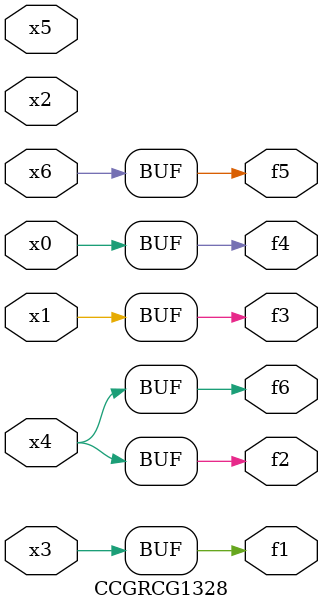
<source format=v>
module CCGRCG1328(
	input x0, x1, x2, x3, x4, x5, x6,
	output f1, f2, f3, f4, f5, f6
);
	assign f1 = x3;
	assign f2 = x4;
	assign f3 = x1;
	assign f4 = x0;
	assign f5 = x6;
	assign f6 = x4;
endmodule

</source>
